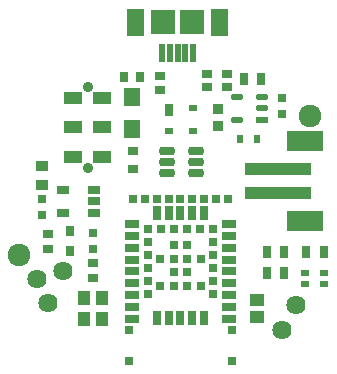
<source format=gts>
G04*
G04 #@! TF.GenerationSoftware,Altium Limited,Altium Designer,20.2.6 (244)*
G04*
G04 Layer_Color=8388736*
%FSLAX25Y25*%
%MOIN*%
G70*
G04*
G04 #@! TF.SameCoordinates,8D702C91-D224-4EEC-953A-651AC819B964*
G04*
G04*
G04 #@! TF.FilePolarity,Negative*
G04*
G01*
G75*
%ADD15R,0.03543X0.03150*%
%ADD17R,0.03150X0.03543*%
%ADD18R,0.06299X0.03937*%
%ADD19R,0.03543X0.03150*%
%ADD21R,0.02953X0.03937*%
%ADD26R,0.04088X0.02118*%
G04:AMPARAMS|DCode=27|XSize=40.88mil|YSize=21.18mil|CornerRadius=10.59mil|HoleSize=0mil|Usage=FLASHONLY|Rotation=180.000|XOffset=0mil|YOffset=0mil|HoleType=Round|Shape=RoundedRectangle|*
%AMROUNDEDRECTD27*
21,1,0.04088,0.00000,0,0,180.0*
21,1,0.01970,0.02118,0,0,180.0*
1,1,0.02118,-0.00985,0.00000*
1,1,0.02118,0.00985,0.00000*
1,1,0.02118,0.00985,0.00000*
1,1,0.02118,-0.00985,0.00000*
%
%ADD27ROUNDEDRECTD27*%
%ADD28R,0.03591X0.03772*%
%ADD32R,0.02756X0.02756*%
%ADD33R,0.02362X0.03150*%
%ADD34R,0.03150X0.02165*%
%ADD36R,0.03197X0.02987*%
G04:AMPARAMS|DCode=37|XSize=43.31mil|YSize=23.62mil|CornerRadius=2.01mil|HoleSize=0mil|Usage=FLASHONLY|Rotation=180.000|XOffset=0mil|YOffset=0mil|HoleType=Round|Shape=RoundedRectangle|*
%AMROUNDEDRECTD37*
21,1,0.04331,0.01961,0,0,180.0*
21,1,0.03929,0.02362,0,0,180.0*
1,1,0.00402,-0.01965,0.00980*
1,1,0.00402,0.01965,0.00980*
1,1,0.00402,0.01965,-0.00980*
1,1,0.00402,-0.01965,-0.00980*
%
%ADD37ROUNDEDRECTD37*%
%ADD39R,0.02756X0.02559*%
%ADD41R,0.03543X0.02953*%
%ADD44R,0.01975X0.05912*%
%ADD45R,0.05203X0.05912*%
%ADD46R,0.04828X0.03056*%
%ADD47R,0.03056X0.04828*%
%ADD48R,0.03056X0.04828*%
%ADD49R,0.03056X0.03056*%
%ADD50R,0.22054X0.04337*%
%ADD51R,0.12211X0.06699*%
%ADD52R,0.07880X0.08274*%
%ADD53R,0.02762X0.03550*%
%ADD54C,0.06400*%
G04:AMPARAMS|DCode=55|XSize=51.64mil|YSize=27.23mil|CornerRadius=7.81mil|HoleSize=0mil|Usage=FLASHONLY|Rotation=180.000|XOffset=0mil|YOffset=0mil|HoleType=Round|Shape=RoundedRectangle|*
%AMROUNDEDRECTD55*
21,1,0.05164,0.01161,0,0,180.0*
21,1,0.03602,0.02723,0,0,180.0*
1,1,0.01561,-0.01801,0.00581*
1,1,0.01561,0.01801,0.00581*
1,1,0.01561,0.01801,-0.00581*
1,1,0.01561,-0.01801,-0.00581*
%
%ADD55ROUNDEDRECTD55*%
%ADD56R,0.04534X0.03943*%
%ADD57R,0.02756X0.03937*%
%ADD58R,0.02756X0.02362*%
%ADD59R,0.04258X0.03825*%
%ADD60R,0.04140X0.04534*%
%ADD61C,0.07565*%
%ADD62C,0.03543*%
%ADD63C,0.02172*%
G36*
X-17104Y121386D02*
X-11415D01*
Y112322D01*
X-17104D01*
Y121386D01*
D02*
G37*
G36*
X11046Y121384D02*
X16778D01*
Y112322D01*
X11046D01*
Y121384D01*
D02*
G37*
D15*
X16177Y95156D02*
D03*
X9484D02*
D03*
X16177Y99550D02*
D03*
X9484D02*
D03*
D17*
X-36100Y40604D02*
D03*
Y47297D02*
D03*
D18*
X-25451Y91693D02*
D03*
Y81850D02*
D03*
Y72008D02*
D03*
X-34900D02*
D03*
Y81850D02*
D03*
Y91693D02*
D03*
D19*
X-15100Y74003D02*
D03*
Y68097D02*
D03*
D21*
X29547Y40350D02*
D03*
X35453D02*
D03*
X27753Y97850D02*
D03*
X21847D02*
D03*
X48653Y40450D02*
D03*
X42747D02*
D03*
X35453Y33250D02*
D03*
X29547D02*
D03*
D26*
X28098Y84410D02*
D03*
D27*
Y88150D02*
D03*
Y91890D02*
D03*
X19702D02*
D03*
Y84410D02*
D03*
D28*
X13400Y88012D02*
D03*
Y82288D02*
D03*
D32*
X34600Y86294D02*
D03*
Y91806D02*
D03*
D33*
X26354Y77950D02*
D03*
X20646D02*
D03*
D34*
X48650Y29678D02*
D03*
Y33222D02*
D03*
X42351D02*
D03*
Y29678D02*
D03*
D36*
X-28400Y31683D02*
D03*
Y36617D02*
D03*
X-43500Y41383D02*
D03*
Y46317D02*
D03*
D37*
X-38218Y53410D02*
D03*
Y60890D02*
D03*
X-27982D02*
D03*
Y57150D02*
D03*
Y53410D02*
D03*
D39*
X-45200Y58108D02*
D03*
Y52793D02*
D03*
X-28200Y41193D02*
D03*
Y46508D02*
D03*
D41*
X-5900Y94288D02*
D03*
Y99012D02*
D03*
D44*
X4943Y106811D02*
D03*
X2384D02*
D03*
X-175D02*
D03*
X-2734D02*
D03*
X-5293D02*
D03*
D45*
X-15300Y92007D02*
D03*
Y81377D02*
D03*
D46*
X-15476Y49621D02*
D03*
Y45684D02*
D03*
Y41747D02*
D03*
Y37810D02*
D03*
Y33873D02*
D03*
Y29936D02*
D03*
Y25999D02*
D03*
Y22062D02*
D03*
Y18125D02*
D03*
X17004D02*
D03*
Y22062D02*
D03*
Y25999D02*
D03*
Y29936D02*
D03*
Y33873D02*
D03*
Y37810D02*
D03*
Y41747D02*
D03*
Y45684D02*
D03*
Y49621D02*
D03*
D47*
X764Y18420D02*
D03*
X-7110D02*
D03*
X-3173D02*
D03*
X4701D02*
D03*
X8638D02*
D03*
D48*
Y53263D02*
D03*
X4701D02*
D03*
X764D02*
D03*
X-3173D02*
D03*
X-7110D02*
D03*
D49*
X-10063Y47849D02*
D03*
Y43519D02*
D03*
Y39188D02*
D03*
Y34857D02*
D03*
Y30527D02*
D03*
Y26196D02*
D03*
X11591D02*
D03*
Y30527D02*
D03*
Y34857D02*
D03*
Y39188D02*
D03*
Y43519D02*
D03*
Y47849D02*
D03*
X7260D02*
D03*
X2929D02*
D03*
X-1402D02*
D03*
X-5732D02*
D03*
X16512Y58086D02*
D03*
X12575D02*
D03*
X8638D02*
D03*
X4701D02*
D03*
X764D02*
D03*
X-3173D02*
D03*
X-7110D02*
D03*
X-11047D02*
D03*
X-14984D02*
D03*
X-1500Y42633D02*
D03*
X3028D02*
D03*
X-6027Y38105D02*
D03*
X-1500D02*
D03*
X3028D02*
D03*
X7555D02*
D03*
X-1500Y33578D02*
D03*
X3028D02*
D03*
X-6027Y29050D02*
D03*
X-1500D02*
D03*
X3028D02*
D03*
X7555D02*
D03*
X-16362Y14188D02*
D03*
X17890D02*
D03*
X-16362Y4149D02*
D03*
X17890D02*
D03*
D50*
X33342Y60113D02*
D03*
Y67987D02*
D03*
D51*
X42200Y50664D02*
D03*
Y77436D02*
D03*
D52*
X4550Y116850D02*
D03*
X-4899D02*
D03*
D53*
X-17859Y98650D02*
D03*
X-12741D02*
D03*
D54*
X-47000Y31150D02*
D03*
X34600Y14150D02*
D03*
X39300Y22750D02*
D03*
X-43300Y23150D02*
D03*
X-38300Y34050D02*
D03*
D55*
X6025Y66610D02*
D03*
Y70350D02*
D03*
Y74090D02*
D03*
X-3857Y66610D02*
D03*
Y70350D02*
D03*
Y74090D02*
D03*
D56*
X26300Y24304D02*
D03*
Y18596D02*
D03*
D57*
X-2937Y87503D02*
D03*
D58*
Y80810D02*
D03*
X4937D02*
D03*
Y88290D02*
D03*
D59*
X-45500Y68921D02*
D03*
Y62779D02*
D03*
D60*
X-25500Y25050D02*
D03*
X-31209D02*
D03*
X-25500Y18050D02*
D03*
X-31209D02*
D03*
D61*
X-52900Y39150D02*
D03*
X44100Y85650D02*
D03*
D62*
X-30176Y68464D02*
D03*
Y95236D02*
D03*
D63*
X13900Y116850D02*
D03*
X-14250D02*
D03*
M02*

</source>
